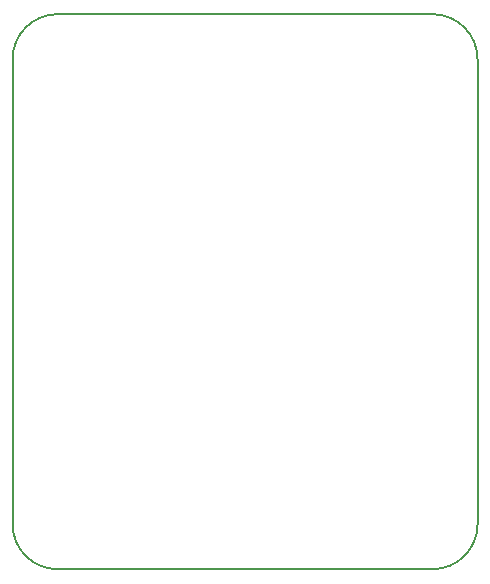
<source format=gbr>
G04 #@! TF.FileFunction,Profile,NP*
%FSLAX46Y46*%
G04 Gerber Fmt 4.6, Leading zero omitted, Abs format (unit mm)*
G04 Created by KiCad (PCBNEW 4.0.6) date Saturday, July 01, 2017 'AMt' 11:58:48 AM*
%MOMM*%
%LPD*%
G01*
G04 APERTURE LIST*
%ADD10C,0.100000*%
%ADD11C,0.150000*%
G04 APERTURE END LIST*
D10*
D11*
X196088000Y-122682000D02*
G75*
G03X199898000Y-126492000I3810000J0D01*
G01*
X231648000Y-126492000D02*
G75*
G03X235458000Y-122682000I0J3810000D01*
G01*
X235458000Y-83312000D02*
G75*
G03X231648000Y-79502000I-3810000J0D01*
G01*
X199898000Y-79502000D02*
G75*
G03X196088000Y-83312000I0J-3810000D01*
G01*
X196088000Y-122682000D02*
X196088000Y-83312000D01*
X231648000Y-126492000D02*
X199898000Y-126492000D01*
X235458000Y-83312000D02*
X235458000Y-122682000D01*
X199898000Y-79502000D02*
X231648000Y-79502000D01*
M02*

</source>
